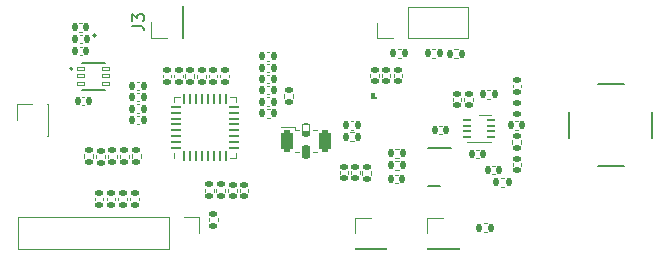
<source format=gbr>
%TF.GenerationSoftware,KiCad,Pcbnew,(7.0.0)*%
%TF.CreationDate,2023-03-06T00:02:43-06:00*%
%TF.ProjectId,RF Signal Source,52462053-6967-46e6-916c-20536f757263,rev?*%
%TF.SameCoordinates,Original*%
%TF.FileFunction,Legend,Top*%
%TF.FilePolarity,Positive*%
%FSLAX46Y46*%
G04 Gerber Fmt 4.6, Leading zero omitted, Abs format (unit mm)*
G04 Created by KiCad (PCBNEW (7.0.0)) date 2023-03-06 00:02:43*
%MOMM*%
%LPD*%
G01*
G04 APERTURE LIST*
G04 Aperture macros list*
%AMRoundRect*
0 Rectangle with rounded corners*
0 $1 Rounding radius*
0 $2 $3 $4 $5 $6 $7 $8 $9 X,Y pos of 4 corners*
0 Add a 4 corners polygon primitive as box body*
4,1,4,$2,$3,$4,$5,$6,$7,$8,$9,$2,$3,0*
0 Add four circle primitives for the rounded corners*
1,1,$1+$1,$2,$3*
1,1,$1+$1,$4,$5*
1,1,$1+$1,$6,$7*
1,1,$1+$1,$8,$9*
0 Add four rect primitives between the rounded corners*
20,1,$1+$1,$2,$3,$4,$5,0*
20,1,$1+$1,$4,$5,$6,$7,0*
20,1,$1+$1,$6,$7,$8,$9,0*
20,1,$1+$1,$8,$9,$2,$3,0*%
G04 Aperture macros list end*
%ADD10C,0.150000*%
%ADD11C,0.120000*%
%ADD12C,0.200000*%
%ADD13C,0.127000*%
%ADD14C,0.010000*%
%ADD15C,0.203200*%
%ADD16C,2.250000*%
%ADD17R,3.300000X3.300000*%
%ADD18RoundRect,0.062500X0.375000X-0.062500X0.375000X0.062500X-0.375000X0.062500X-0.375000X-0.062500X0*%
%ADD19RoundRect,0.062500X0.062500X-0.375000X0.062500X0.375000X-0.062500X0.375000X-0.062500X-0.375000X0*%
%ADD20R,1.700000X1.700000*%
%ADD21O,1.700000X1.700000*%
%ADD22R,0.380000X0.400000*%
%ADD23RoundRect,0.152500X-0.152500X-0.470000X0.152500X-0.470000X0.152500X0.470000X-0.152500X0.470000X0*%
%ADD24C,0.610000*%
%ADD25RoundRect,0.249600X-0.270400X-0.650400X0.270400X-0.650400X0.270400X0.650400X-0.270400X0.650400X0*%
%ADD26RoundRect,0.135000X-0.185000X0.135000X-0.185000X-0.135000X0.185000X-0.135000X0.185000X0.135000X0*%
%ADD27RoundRect,0.012800X-0.332200X-0.147200X0.332200X-0.147200X0.332200X0.147200X-0.332200X0.147200X0*%
%ADD28R,1.000000X1.600000*%
%ADD29RoundRect,0.140000X-0.140000X-0.170000X0.140000X-0.170000X0.140000X0.170000X-0.140000X0.170000X0*%
%ADD30RoundRect,0.140000X0.140000X0.170000X-0.140000X0.170000X-0.140000X-0.170000X0.140000X-0.170000X0*%
%ADD31RoundRect,0.140000X-0.170000X0.140000X-0.170000X-0.140000X0.170000X-0.140000X0.170000X0.140000X0*%
%ADD32RoundRect,0.062500X-0.287500X-0.062500X0.287500X-0.062500X0.287500X0.062500X-0.287500X0.062500X0*%
%ADD33R,0.900000X1.500000*%
%ADD34RoundRect,0.135000X0.185000X-0.135000X0.185000X0.135000X-0.185000X0.135000X-0.185000X-0.135000X0*%
%ADD35RoundRect,0.135000X0.135000X0.185000X-0.135000X0.185000X-0.135000X-0.185000X0.135000X-0.185000X0*%
%ADD36RoundRect,0.140000X0.170000X-0.140000X0.170000X0.140000X-0.170000X0.140000X-0.170000X-0.140000X0*%
%ADD37RoundRect,0.135000X-0.135000X-0.185000X0.135000X-0.185000X0.135000X0.185000X-0.135000X0.185000X0*%
%ADD38R,0.650000X0.750000*%
%ADD39C,2.100000*%
%ADD40R,0.400000X0.380000*%
%ADD41RoundRect,0.147500X-0.172500X0.147500X-0.172500X-0.147500X0.172500X-0.147500X0.172500X0.147500X0*%
%ADD42R,0.610000X2.200000*%
%ADD43R,0.700000X0.250000*%
G04 APERTURE END LIST*
D10*
%TO.C,*%
%TO.C,J3*%
X157606166Y-79582458D02*
X158320452Y-79582458D01*
X158320452Y-79582458D02*
X158463309Y-79630077D01*
X158463309Y-79630077D02*
X158558547Y-79725315D01*
X158558547Y-79725315D02*
X158606166Y-79868172D01*
X158606166Y-79868172D02*
X158606166Y-79963410D01*
X157606166Y-79201505D02*
X157606166Y-78582458D01*
X157606166Y-78582458D02*
X157987119Y-78915791D01*
X157987119Y-78915791D02*
X157987119Y-78772934D01*
X157987119Y-78772934D02*
X158034738Y-78677696D01*
X158034738Y-78677696D02*
X158082357Y-78630077D01*
X158082357Y-78630077D02*
X158177595Y-78582458D01*
X158177595Y-78582458D02*
X158415690Y-78582458D01*
X158415690Y-78582458D02*
X158510928Y-78630077D01*
X158510928Y-78630077D02*
X158558547Y-78677696D01*
X158558547Y-78677696D02*
X158606166Y-78772934D01*
X158606166Y-78772934D02*
X158606166Y-79058648D01*
X158606166Y-79058648D02*
X158558547Y-79153886D01*
X158558547Y-79153886D02*
X158510928Y-79201505D01*
D11*
%TO.C,U2*%
X166380367Y-85567500D02*
X165905367Y-85567500D01*
X161160367Y-85567500D02*
X161635367Y-85567500D01*
X166380367Y-86042500D02*
X166380367Y-85567500D01*
X161160367Y-86042500D02*
X161160367Y-85567500D01*
X166380367Y-90312500D02*
X166380367Y-90787500D01*
X161160367Y-90312500D02*
X161160367Y-90787500D01*
X166380367Y-90787500D02*
X165905367Y-90787500D01*
%TO.C,J3*%
X159238786Y-80579125D02*
X159238786Y-79249125D01*
X161838786Y-80579125D02*
X161838786Y-77919125D01*
X161898786Y-80579125D02*
X161898786Y-77919125D01*
X161838786Y-77919125D02*
X161898786Y-77919125D01*
X161838786Y-80579125D02*
X161898786Y-80579125D01*
X160568786Y-80579125D02*
X159238786Y-80579125D01*
%TO.C,J8*%
X176478719Y-95820921D02*
X177808719Y-95820921D01*
X176478719Y-98420921D02*
X179138719Y-98420921D01*
X176478719Y-98480921D02*
X179138719Y-98480921D01*
X179138719Y-98420921D02*
X179138719Y-98480921D01*
X176478719Y-98420921D02*
X176478719Y-98480921D01*
X176478719Y-97150921D02*
X176478719Y-95820921D01*
%TO.C,J7*%
X182590628Y-95830141D02*
X183920628Y-95830141D01*
X182590628Y-98430141D02*
X185250628Y-98430141D01*
X182590628Y-98490141D02*
X185250628Y-98490141D01*
X185250628Y-98430141D02*
X185250628Y-98490141D01*
X182590628Y-98430141D02*
X182590628Y-98490141D01*
X182590628Y-97160141D02*
X182590628Y-95830141D01*
%TO.C,J4*%
X150364437Y-88886972D02*
X150484437Y-88886972D01*
X150484437Y-88886972D02*
X150484437Y-86226972D01*
X150364437Y-86226972D02*
X150484437Y-86226972D01*
X147824437Y-86226972D02*
X149154437Y-86226972D01*
X147824437Y-87556972D02*
X147824437Y-86226972D01*
%TO.C,J6*%
X186061368Y-80637068D02*
X186061368Y-77977068D01*
X180921368Y-80637068D02*
X186061368Y-80637068D01*
X179651368Y-80637068D02*
X178321368Y-80637068D01*
X180921368Y-77977068D02*
X186061368Y-77977068D01*
X178321368Y-80637068D02*
X178321368Y-79307068D01*
X180921368Y-80637068D02*
X180921368Y-77977068D01*
%TO.C,J5*%
X160696770Y-98458698D02*
X147936770Y-98458698D01*
X147936770Y-95798698D02*
X147936770Y-98458698D01*
X160696770Y-95798698D02*
X160696770Y-98458698D01*
X163296770Y-95798698D02*
X163296770Y-97128698D01*
X161966770Y-95798698D02*
X163296770Y-95798698D01*
X160696770Y-95798698D02*
X147936770Y-95798698D01*
%TO.C,FL1*%
X172885169Y-90234699D02*
X173225169Y-90234699D01*
X172885169Y-88414699D02*
X173225169Y-88414699D01*
X171405169Y-90234699D02*
X171745169Y-90234699D01*
X171405169Y-88414699D02*
X171745169Y-88414699D01*
X171405169Y-88414699D02*
X171405169Y-88164699D01*
X171405169Y-88164699D02*
X170175169Y-88164699D01*
%TO.C,R8*%
X165504941Y-93364995D02*
X165504941Y-93672277D01*
X164744941Y-93364995D02*
X164744941Y-93672277D01*
D12*
%TO.C,U5*%
X152530209Y-83220311D02*
G75*
G03*
X152530209Y-83220311I-100000J0D01*
G01*
D13*
X153330209Y-82740311D02*
X155330209Y-82740311D01*
X153330209Y-85000311D02*
X155330209Y-85000311D01*
D11*
%TO.C,C41*%
X153150551Y-82086012D02*
X153366223Y-82086012D01*
X153150551Y-81366012D02*
X153366223Y-81366012D01*
%TO.C,C20*%
X153570041Y-85597044D02*
X153354369Y-85597044D01*
X153570041Y-86317044D02*
X153354369Y-86317044D01*
%TO.C,C8*%
X160926751Y-83728720D02*
X160926751Y-83944392D01*
X160206751Y-83728720D02*
X160206751Y-83944392D01*
%TO.C,U4*%
X185992619Y-89382074D02*
X187992619Y-89382074D01*
X186992619Y-87162074D02*
X187992619Y-87162074D01*
%TO.C,R23*%
X177097321Y-92193671D02*
X177097321Y-91886389D01*
X177857321Y-92193671D02*
X177857321Y-91886389D01*
%TO.C,R12*%
X176376250Y-89367254D02*
X176068968Y-89367254D01*
X176376250Y-88607254D02*
X176068968Y-88607254D01*
%TO.C,R1*%
X190560441Y-89266592D02*
X190560441Y-89573874D01*
X189800441Y-89266592D02*
X189800441Y-89573874D01*
%TO.C,R7*%
X180187409Y-90984479D02*
X179880127Y-90984479D01*
X180187409Y-91744479D02*
X179880127Y-91744479D01*
%TO.C,R10*%
X158325994Y-90778415D02*
X158325994Y-90471133D01*
X157565994Y-90778415D02*
X157565994Y-90471133D01*
%TO.C,C4*%
X175193835Y-92128862D02*
X175193835Y-91913190D01*
X175913835Y-92128862D02*
X175913835Y-91913190D01*
%TO.C,R19*%
X185167341Y-81551830D02*
X184860059Y-81551830D01*
X185167341Y-82311830D02*
X184860059Y-82311830D01*
%TO.C,C10*%
X165754916Y-93630145D02*
X165754916Y-93414473D01*
X166474916Y-93630145D02*
X166474916Y-93414473D01*
%TO.C,C15*%
X157981679Y-84308103D02*
X158197351Y-84308103D01*
X157981679Y-85028103D02*
X158197351Y-85028103D01*
%TO.C,C22*%
X168999481Y-83729390D02*
X169215153Y-83729390D01*
X168999481Y-84449390D02*
X169215153Y-84449390D01*
%TO.C,C40*%
X169226966Y-86349499D02*
X169011294Y-86349499D01*
X169226966Y-85629499D02*
X169011294Y-85629499D01*
%TO.C,C34*%
X190533238Y-91197159D02*
X190533238Y-91412831D01*
X189813238Y-91197159D02*
X189813238Y-91412831D01*
%TO.C,C27*%
X157455815Y-94128557D02*
X157455815Y-94344229D01*
X158175815Y-94128557D02*
X158175815Y-94344229D01*
%TO.C,C21*%
X168999481Y-84664893D02*
X169215153Y-84664893D01*
X168999481Y-85384893D02*
X169215153Y-85384893D01*
%TO.C,C2*%
X188313185Y-92162440D02*
X188097513Y-92162440D01*
X188313185Y-91442440D02*
X188097513Y-91442440D01*
%TO.C,R22*%
X187362389Y-97059428D02*
X187669671Y-97059428D01*
X187362389Y-96299428D02*
X187669671Y-96299428D01*
D12*
%TO.C,Y1*%
X154512333Y-80399496D02*
G75*
G03*
X154512333Y-80399496I-100000J0D01*
G01*
D11*
%TO.C,R3*%
X162099190Y-83697688D02*
X162099190Y-84004970D01*
X162859190Y-83697688D02*
X162859190Y-84004970D01*
%TO.C,C32*%
X179458184Y-83887061D02*
X179458184Y-83671389D01*
X178738184Y-83887061D02*
X178738184Y-83671389D01*
%TO.C,C6*%
X153351599Y-80078489D02*
X153135927Y-80078489D01*
X153351599Y-79358489D02*
X153135927Y-79358489D01*
D13*
%TO.C,J1*%
X197020000Y-91473684D02*
X199220000Y-91473684D01*
X194620000Y-89073684D02*
X194620000Y-86873684D01*
X201620000Y-89073684D02*
X201620000Y-86873684D01*
X197020000Y-84473684D02*
X199220000Y-84473684D01*
D11*
%TO.C,R15*%
X168980848Y-86603298D02*
X169288130Y-86603298D01*
X168980848Y-87363298D02*
X169288130Y-87363298D01*
%TO.C,C37*%
X190257623Y-88364704D02*
X190041951Y-88364704D01*
X190257623Y-87644704D02*
X190041951Y-87644704D01*
%TO.C,C35*%
X184736396Y-85945796D02*
X184736396Y-85730124D01*
X185456396Y-85945796D02*
X185456396Y-85730124D01*
%TO.C,C39*%
X153162486Y-80336979D02*
X153378158Y-80336979D01*
X153162486Y-81056979D02*
X153378158Y-81056979D01*
%TO.C,R14*%
X170463317Y-85653464D02*
X170463317Y-85346182D01*
X171223317Y-85653464D02*
X171223317Y-85346182D01*
%TO.C,C29*%
X180478321Y-83897767D02*
X180478321Y-83682095D01*
X179758321Y-83897767D02*
X179758321Y-83682095D01*
%TO.C,C9*%
X161898960Y-83722324D02*
X161898960Y-83937996D01*
X161178960Y-83722324D02*
X161178960Y-83937996D01*
%TO.C,R11*%
X156548744Y-90788292D02*
X156548744Y-90481010D01*
X157308744Y-90788292D02*
X157308744Y-90481010D01*
%TO.C,R2*%
X187626456Y-84974095D02*
X187933738Y-84974095D01*
X187626456Y-85734095D02*
X187933738Y-85734095D01*
%TO.C,C5*%
X176153667Y-92128605D02*
X176153667Y-91912933D01*
X176873667Y-92128605D02*
X176873667Y-91912933D01*
%TO.C,R4*%
X164074753Y-95836606D02*
X164074753Y-96143888D01*
X164834753Y-95836606D02*
X164834753Y-96143888D01*
%TO.C,C11*%
X167428896Y-93419294D02*
X167428896Y-93634966D01*
X166708896Y-93419294D02*
X166708896Y-93634966D01*
%TO.C,R16*%
X153566127Y-90778415D02*
X153566127Y-90471133D01*
X154326127Y-90778415D02*
X154326127Y-90471133D01*
%TO.C,C24*%
X156437835Y-94136119D02*
X156437835Y-94351791D01*
X157157835Y-94136119D02*
X157157835Y-94351791D01*
%TO.C,R20*%
X182970139Y-82282201D02*
X183277421Y-82282201D01*
X182970139Y-81522201D02*
X183277421Y-81522201D01*
%TO.C,R17*%
X154563624Y-90493635D02*
X154563624Y-90800917D01*
X155323624Y-90493635D02*
X155323624Y-90800917D01*
%TO.C,R13*%
X189114474Y-93214509D02*
X188807192Y-93214509D01*
X189114474Y-92454509D02*
X188807192Y-92454509D01*
%TO.C,C18*%
X158204329Y-85981124D02*
X157988657Y-85981124D01*
X158204329Y-85261124D02*
X157988657Y-85261124D01*
%TO.C,R21*%
X180389940Y-81514138D02*
X180082658Y-81514138D01*
X180389940Y-82274138D02*
X180082658Y-82274138D01*
%TO.C,C36*%
X189816531Y-84770595D02*
X189816531Y-84554923D01*
X190536531Y-84770595D02*
X190536531Y-84554923D01*
%TO.C,C28*%
X154444079Y-94122298D02*
X154444079Y-94337970D01*
X155164079Y-94122298D02*
X155164079Y-94337970D01*
%TO.C,C26*%
X168990769Y-81816939D02*
X169206441Y-81816939D01*
X168990769Y-82536939D02*
X169206441Y-82536939D01*
%TO.C,C16*%
X158201884Y-86953329D02*
X157986212Y-86953329D01*
X158201884Y-86233329D02*
X157986212Y-86233329D01*
%TO.C,R5*%
X164503069Y-93359674D02*
X164503069Y-93666956D01*
X163743069Y-93359674D02*
X163743069Y-93666956D01*
%TO.C,R6*%
X180157083Y-90731800D02*
X179849801Y-90731800D01*
X180157083Y-89971800D02*
X179849801Y-89971800D01*
%TO.C,C1*%
X186717315Y-90086643D02*
X186932987Y-90086643D01*
X186717315Y-90806643D02*
X186932987Y-90806643D01*
%TO.C,C30*%
X176101387Y-87646085D02*
X176317059Y-87646085D01*
X176101387Y-88366085D02*
X176317059Y-88366085D01*
D10*
%TO.C,U1*%
X183636790Y-93143719D02*
X182636790Y-93143719D01*
X184636790Y-89893719D02*
X182636790Y-89893719D01*
D11*
%TO.C,R18*%
X156303182Y-90784999D02*
X156303182Y-90477717D01*
X155543182Y-90784999D02*
X155543182Y-90477717D01*
%TO.C,R9*%
X163861281Y-84011465D02*
X163861281Y-83704183D01*
X163101281Y-84011465D02*
X163101281Y-83704183D01*
%TO.C,C31*%
X186452721Y-85728129D02*
X186452721Y-85943801D01*
X185732721Y-85728129D02*
X185732721Y-85943801D01*
%TO.C,C23*%
X155448453Y-94126851D02*
X155448453Y-94342523D01*
X156168453Y-94126851D02*
X156168453Y-94342523D01*
%TO.C,C12*%
X164107784Y-83941579D02*
X164107784Y-83725907D01*
X164827784Y-83941579D02*
X164827784Y-83725907D01*
%TO.C,C17*%
X158212762Y-87201466D02*
X157997090Y-87201466D01*
X158212762Y-87921466D02*
X157997090Y-87921466D01*
%TO.C,C33*%
X177784168Y-83672650D02*
X177784168Y-83888322D01*
X178504168Y-83672650D02*
X178504168Y-83888322D01*
%TO.C,IC1*%
G36*
X178258025Y-85707564D02*
G01*
X177833015Y-85707564D01*
X177833015Y-85257574D01*
X178258025Y-85257574D01*
X178258025Y-85707564D01*
G37*
D14*
X178258025Y-85707564D02*
X177833015Y-85707564D01*
X177833015Y-85257574D01*
X178258025Y-85257574D01*
X178258025Y-85707564D01*
D11*
%TO.C,C3*%
X179881631Y-92189045D02*
X180097303Y-92189045D01*
X179881631Y-92909045D02*
X180097303Y-92909045D01*
%TO.C,C7*%
X165796723Y-83720069D02*
X165796723Y-83935741D01*
X165076723Y-83720069D02*
X165076723Y-83935741D01*
%TO.C,C25*%
X168996783Y-82783008D02*
X169212455Y-82783008D01*
X168996783Y-83503008D02*
X169212455Y-83503008D01*
%TO.C,C38*%
X183613694Y-88059001D02*
X183829366Y-88059001D01*
X183613694Y-88779001D02*
X183829366Y-88779001D01*
%TD*%
%LPC*%
%TO.C,IC1*%
G36*
X178258025Y-86130424D02*
G01*
X177503575Y-86130424D01*
X177503575Y-85832574D01*
X178258025Y-85832574D01*
X178258025Y-86130424D01*
G37*
D14*
X178258025Y-86130424D02*
X177503575Y-86130424D01*
X177503575Y-85832574D01*
X178258025Y-85832574D01*
X178258025Y-86130424D01*
G36*
X178258025Y-87132411D02*
G01*
X177504305Y-87132411D01*
X177504305Y-86832574D01*
X178258025Y-86832574D01*
X178258025Y-87132411D01*
G37*
X178258025Y-87132411D02*
X177504305Y-87132411D01*
X177504305Y-86832574D01*
X178258025Y-86832574D01*
X178258025Y-87132411D01*
G36*
X178258025Y-86631620D02*
G01*
X177504405Y-86631620D01*
X177504405Y-86332574D01*
X178258025Y-86332574D01*
X178258025Y-86631620D01*
G37*
X178258025Y-86631620D02*
X177504405Y-86631620D01*
X177504405Y-86332574D01*
X178258025Y-86332574D01*
X178258025Y-86631620D01*
G36*
X178258025Y-88634544D02*
G01*
X177504825Y-88634544D01*
X177504825Y-88332574D01*
X178258025Y-88332574D01*
X178258025Y-88634544D01*
G37*
X178258025Y-88634544D02*
X177504825Y-88634544D01*
X177504825Y-88332574D01*
X178258025Y-88332574D01*
X178258025Y-88634544D01*
G36*
X178258025Y-87633017D02*
G01*
X177505505Y-87633017D01*
X177505505Y-87332574D01*
X178258025Y-87332574D01*
X178258025Y-87633017D01*
G37*
X178258025Y-87633017D02*
X177505505Y-87633017D01*
X177505505Y-87332574D01*
X178258025Y-87332574D01*
X178258025Y-87633017D01*
G36*
X178258025Y-88133148D02*
G01*
X177506575Y-88133148D01*
X177506575Y-87832574D01*
X178258025Y-87832574D01*
X178258025Y-88133148D01*
G37*
X178258025Y-88133148D02*
X177506575Y-88133148D01*
X177506575Y-87832574D01*
X178258025Y-87832574D01*
X178258025Y-88133148D01*
G36*
X178908025Y-85479954D02*
G01*
X178155595Y-85479954D01*
X178155595Y-85182574D01*
X178908025Y-85182574D01*
X178908025Y-85479954D01*
G37*
X178908025Y-85479954D02*
X178155595Y-85479954D01*
X178155595Y-85182574D01*
X178908025Y-85182574D01*
X178908025Y-85479954D01*
G36*
X178908025Y-89285174D02*
G01*
X178155965Y-89285174D01*
X178155965Y-88982574D01*
X178908025Y-88982574D01*
X178908025Y-89285174D01*
G37*
X178908025Y-89285174D02*
X178155965Y-89285174D01*
X178155965Y-88982574D01*
X178908025Y-88982574D01*
X178908025Y-89285174D01*
G36*
X179408025Y-89285324D02*
G01*
X178656515Y-89285324D01*
X178656515Y-88982574D01*
X179408025Y-88982574D01*
X179408025Y-89285324D01*
G37*
X179408025Y-89285324D02*
X178656515Y-89285324D01*
X178656515Y-88982574D01*
X179408025Y-88982574D01*
X179408025Y-89285324D01*
G36*
X179408025Y-85480264D02*
G01*
X178656545Y-85480264D01*
X178656545Y-85182574D01*
X179408025Y-85182574D01*
X179408025Y-85480264D01*
G37*
X179408025Y-85480264D02*
X178656545Y-85480264D01*
X178656545Y-85182574D01*
X179408025Y-85182574D01*
X179408025Y-85480264D01*
G36*
X179908025Y-89284234D02*
G01*
X179157520Y-89284234D01*
X179157520Y-88982574D01*
X179908025Y-88982574D01*
X179908025Y-89284234D01*
G37*
X179908025Y-89284234D02*
X179157520Y-89284234D01*
X179157520Y-88982574D01*
X179908025Y-88982574D01*
X179908025Y-89284234D01*
G36*
X179908025Y-85481494D02*
G01*
X179157641Y-85481494D01*
X179157641Y-85182574D01*
X179908025Y-85182574D01*
X179908025Y-85481494D01*
G37*
X179908025Y-85481494D02*
X179157641Y-85481494D01*
X179157641Y-85182574D01*
X179908025Y-85182574D01*
X179908025Y-85481494D01*
G36*
X180408025Y-89283434D02*
G01*
X179657973Y-89283434D01*
X179657973Y-88982574D01*
X180408025Y-88982574D01*
X180408025Y-89283434D01*
G37*
X180408025Y-89283434D02*
X179657973Y-89283434D01*
X179657973Y-88982574D01*
X180408025Y-88982574D01*
X180408025Y-89283434D01*
G36*
X180408025Y-85482204D02*
G01*
X179657999Y-85482204D01*
X179657999Y-85182574D01*
X180408025Y-85182574D01*
X180408025Y-85482204D01*
G37*
X180408025Y-85482204D02*
X179657999Y-85482204D01*
X179657999Y-85182574D01*
X180408025Y-85182574D01*
X180408025Y-85482204D01*
G36*
X180908025Y-85482384D02*
G01*
X180158066Y-85482384D01*
X180158066Y-85182574D01*
X180908025Y-85182574D01*
X180908025Y-85482384D01*
G37*
X180908025Y-85482384D02*
X180158066Y-85482384D01*
X180158066Y-85182574D01*
X180908025Y-85182574D01*
X180908025Y-85482384D01*
G36*
X180908025Y-89284484D02*
G01*
X180158374Y-89284484D01*
X180158374Y-88982574D01*
X180908025Y-88982574D01*
X180908025Y-89284484D01*
G37*
X180908025Y-89284484D02*
X180158374Y-89284484D01*
X180158374Y-88982574D01*
X180908025Y-88982574D01*
X180908025Y-89284484D01*
G36*
X181408025Y-85482274D02*
G01*
X180658174Y-85482274D01*
X180658174Y-85182574D01*
X181408025Y-85182574D01*
X181408025Y-85482274D01*
G37*
X181408025Y-85482274D02*
X180658174Y-85482274D01*
X180658174Y-85182574D01*
X181408025Y-85182574D01*
X181408025Y-85482274D01*
G36*
X181408025Y-89285804D02*
G01*
X180659405Y-89285804D01*
X180659405Y-88982574D01*
X181408025Y-88982574D01*
X181408025Y-89285804D01*
G37*
X181408025Y-89285804D02*
X180659405Y-89285804D01*
X180659405Y-88982574D01*
X181408025Y-88982574D01*
X181408025Y-89285804D01*
G36*
X182058025Y-87632749D02*
G01*
X181308695Y-87632749D01*
X181308695Y-87332574D01*
X182058025Y-87332574D01*
X182058025Y-87632749D01*
G37*
X182058025Y-87632749D02*
X181308695Y-87632749D01*
X181308695Y-87332574D01*
X182058025Y-87332574D01*
X182058025Y-87632749D01*
G36*
X182058025Y-86131734D02*
G01*
X181309185Y-86131734D01*
X181309185Y-85832574D01*
X182058025Y-85832574D01*
X182058025Y-86131734D01*
G37*
X182058025Y-86131734D02*
X181309185Y-86131734D01*
X181309185Y-85832574D01*
X182058025Y-85832574D01*
X182058025Y-86131734D01*
G36*
X182058025Y-88633984D02*
G01*
X181309565Y-88633984D01*
X181309565Y-88332574D01*
X182058025Y-88332574D01*
X182058025Y-88633984D01*
G37*
X182058025Y-88633984D02*
X181309565Y-88633984D01*
X181309565Y-88332574D01*
X182058025Y-88332574D01*
X182058025Y-88633984D01*
G36*
X182058025Y-86631837D02*
G01*
X181309895Y-86631837D01*
X181309895Y-86332574D01*
X182058025Y-86332574D01*
X182058025Y-86631837D01*
G37*
X182058025Y-86631837D02*
X181309895Y-86631837D01*
X181309895Y-86332574D01*
X182058025Y-86332574D01*
X182058025Y-86631837D01*
G36*
X182058025Y-87132444D02*
G01*
X181310005Y-87132444D01*
X181310005Y-86832574D01*
X182058025Y-86832574D01*
X182058025Y-87132444D01*
G37*
X182058025Y-87132444D02*
X181310005Y-87132444D01*
X181310005Y-86832574D01*
X182058025Y-86832574D01*
X182058025Y-87132444D01*
G36*
X182058025Y-88134359D02*
G01*
X181311045Y-88134359D01*
X181311045Y-87832574D01*
X182058025Y-87832574D01*
X182058025Y-88134359D01*
G37*
X182058025Y-88134359D02*
X181311045Y-88134359D01*
X181311045Y-87832574D01*
X182058025Y-87832574D01*
X182058025Y-88134359D01*
G36*
X180758025Y-86069574D02*
G01*
X180758025Y-86081574D01*
X180759025Y-86092574D01*
X180760025Y-86103574D01*
X180762025Y-86114574D01*
X180765025Y-86125574D01*
X180768025Y-86135574D01*
X180772025Y-86146574D01*
X180776025Y-86156574D01*
X180781025Y-86166574D01*
X180786025Y-86176574D01*
X180792025Y-86185574D01*
X180798025Y-86195574D01*
X180805025Y-86203574D01*
X180812025Y-86212574D01*
X180820025Y-86220574D01*
X180828025Y-86228574D01*
X180837025Y-86235574D01*
X180845025Y-86242574D01*
X180855025Y-86248574D01*
X180864025Y-86254574D01*
X180874025Y-86259574D01*
X180884025Y-86264574D01*
X180894025Y-86268574D01*
X180905025Y-86272574D01*
X180915025Y-86275574D01*
X180926025Y-86278574D01*
X180937025Y-86280574D01*
X180948025Y-86281574D01*
X180958025Y-86282574D01*
X180958025Y-88407574D01*
X178608025Y-88407574D01*
X178608025Y-86057574D01*
X180758025Y-86057574D01*
X180758025Y-86069574D01*
G37*
D15*
X180758025Y-86069574D02*
X180758025Y-86081574D01*
X180759025Y-86092574D01*
X180760025Y-86103574D01*
X180762025Y-86114574D01*
X180765025Y-86125574D01*
X180768025Y-86135574D01*
X180772025Y-86146574D01*
X180776025Y-86156574D01*
X180781025Y-86166574D01*
X180786025Y-86176574D01*
X180792025Y-86185574D01*
X180798025Y-86195574D01*
X180805025Y-86203574D01*
X180812025Y-86212574D01*
X180820025Y-86220574D01*
X180828025Y-86228574D01*
X180837025Y-86235574D01*
X180845025Y-86242574D01*
X180855025Y-86248574D01*
X180864025Y-86254574D01*
X180874025Y-86259574D01*
X180884025Y-86264574D01*
X180894025Y-86268574D01*
X180905025Y-86272574D01*
X180915025Y-86275574D01*
X180926025Y-86278574D01*
X180937025Y-86280574D01*
X180948025Y-86281574D01*
X180958025Y-86282574D01*
X180958025Y-88407574D01*
X178608025Y-88407574D01*
X178608025Y-86057574D01*
X180758025Y-86057574D01*
X180758025Y-86069574D01*
%TD*%
D16*
%TO.C,*%
X149288016Y-83966640D03*
%TD*%
%TO.C,*%
X149252267Y-90901942D03*
%TD*%
%TO.C,*%
X199209993Y-97431249D03*
%TD*%
%TO.C,*%
X199209993Y-79842751D03*
%TD*%
D17*
%TO.C,U2*%
X163770366Y-88177499D03*
D18*
X161332867Y-89927500D03*
X161332867Y-89427500D03*
X161332867Y-88927500D03*
X161332867Y-88427500D03*
X161332867Y-87927500D03*
X161332867Y-87427500D03*
X161332867Y-86927500D03*
X161332867Y-86427500D03*
D19*
X162020367Y-85740000D03*
X162520367Y-85740000D03*
X163020367Y-85740000D03*
X163520367Y-85740000D03*
X164020367Y-85740000D03*
X164520367Y-85740000D03*
X165020367Y-85740000D03*
X165520367Y-85740000D03*
D18*
X166207867Y-86427500D03*
X166207867Y-86927500D03*
X166207867Y-87427500D03*
X166207867Y-87927500D03*
X166207867Y-88427500D03*
X166207867Y-88927500D03*
X166207867Y-89427500D03*
X166207867Y-89927500D03*
D19*
X165520367Y-90615000D03*
X165020367Y-90615000D03*
X164520367Y-90615000D03*
X164020367Y-90615000D03*
X163520367Y-90615000D03*
X163020367Y-90615000D03*
X162520367Y-90615000D03*
X162020367Y-90615000D03*
%TD*%
D20*
%TO.C,J3*%
X160568785Y-79249124D03*
%TD*%
%TO.C,J8*%
X177808718Y-97150920D03*
%TD*%
%TO.C,J7*%
X183920627Y-97160140D03*
%TD*%
%TO.C,J4*%
X149154436Y-87556971D03*
%TD*%
%TO.C,J6*%
X179651367Y-79307067D03*
D21*
X182191367Y-79307067D03*
X184731367Y-79307067D03*
%TD*%
%TO.C,J5*%
X149266769Y-97128697D03*
X151806769Y-97128697D03*
X154346769Y-97128697D03*
X156886769Y-97128697D03*
X159426769Y-97128697D03*
D20*
X161966769Y-97128697D03*
%TD*%
D22*
%TO.C,FB4*%
X188091043Y-84373067D03*
X187529043Y-84373067D03*
%TD*%
D23*
%TO.C,FL1*%
X172315169Y-88397199D03*
D24*
X172315169Y-88219699D03*
D25*
X173940169Y-89324699D03*
D24*
X172315169Y-90429699D03*
D23*
X172315169Y-90252199D03*
D25*
X170690169Y-89324699D03*
%TD*%
D26*
%TO.C,R8*%
X165124941Y-93008636D03*
X165124941Y-94028636D03*
%TD*%
D27*
%TO.C,U5*%
X153310209Y-83220311D03*
X153310209Y-83870311D03*
X153310209Y-84520311D03*
X155350209Y-84520311D03*
X155350209Y-83870311D03*
X155350209Y-83220311D03*
D28*
X154330208Y-83870310D03*
%TD*%
D22*
%TO.C,FB5*%
X155465338Y-85928261D03*
X154903338Y-85928261D03*
%TD*%
D29*
%TO.C,C41*%
X152778387Y-81726012D03*
X153738387Y-81726012D03*
%TD*%
D30*
%TO.C,C20*%
X153942205Y-85957044D03*
X152982205Y-85957044D03*
%TD*%
D31*
%TO.C,C8*%
X160566751Y-83356556D03*
X160566751Y-84316556D03*
%TD*%
D32*
%TO.C,U4*%
X185992619Y-87522074D03*
X185992619Y-88022074D03*
X185992619Y-88522074D03*
X185992619Y-89022074D03*
X187992619Y-89022074D03*
X187992619Y-88522074D03*
X187992619Y-88022074D03*
X187992619Y-87522074D03*
D33*
X186992618Y-88272073D03*
%TD*%
D34*
%TO.C,R23*%
X177477321Y-92550030D03*
X177477321Y-91530030D03*
%TD*%
D35*
%TO.C,R12*%
X176732609Y-88987254D03*
X175712609Y-88987254D03*
%TD*%
D26*
%TO.C,R1*%
X190180441Y-88910233D03*
X190180441Y-89930233D03*
%TD*%
D35*
%TO.C,R7*%
X179523768Y-91364479D03*
X180543768Y-91364479D03*
%TD*%
D34*
%TO.C,R10*%
X157945994Y-90114774D03*
X157945994Y-91134774D03*
%TD*%
D36*
%TO.C,C4*%
X175553835Y-92501026D03*
X175553835Y-91541026D03*
%TD*%
D35*
%TO.C,R19*%
X184503700Y-81931830D03*
X185523700Y-81931830D03*
%TD*%
D36*
%TO.C,C10*%
X166114916Y-94002309D03*
X166114916Y-93042309D03*
%TD*%
D29*
%TO.C,C15*%
X157609515Y-84668103D03*
X158569515Y-84668103D03*
%TD*%
%TO.C,C22*%
X168627317Y-84089390D03*
X169587317Y-84089390D03*
%TD*%
D30*
%TO.C,C40*%
X169599130Y-85989499D03*
X168639130Y-85989499D03*
%TD*%
D31*
%TO.C,C34*%
X190173238Y-90824995D03*
X190173238Y-91784995D03*
%TD*%
%TO.C,C27*%
X157815815Y-94716393D03*
X157815815Y-93756393D03*
%TD*%
D29*
%TO.C,C21*%
X168627317Y-85024893D03*
X169587317Y-85024893D03*
%TD*%
D30*
%TO.C,C2*%
X188685349Y-91802440D03*
X187725349Y-91802440D03*
%TD*%
D37*
%TO.C,R22*%
X188026030Y-96679428D03*
X187006030Y-96679428D03*
%TD*%
D38*
%TO.C,Y1*%
X155412332Y-80399495D03*
X155412332Y-81699495D03*
X156412332Y-81699495D03*
X156412332Y-80399495D03*
%TD*%
D26*
%TO.C,R3*%
X162479190Y-84361329D03*
X162479190Y-83341329D03*
%TD*%
D22*
%TO.C,FB2*%
X169385280Y-81199814D03*
X168823280Y-81199814D03*
%TD*%
D36*
%TO.C,C32*%
X179098184Y-83299225D03*
X179098184Y-84259225D03*
%TD*%
D30*
%TO.C,C6*%
X153723763Y-79718489D03*
X152763763Y-79718489D03*
%TD*%
D39*
%TO.C,J1*%
X198120000Y-87973684D03*
D16*
X195570000Y-90523684D03*
X200670000Y-90523684D03*
X200670000Y-85423684D03*
X195570000Y-85423684D03*
%TD*%
D37*
%TO.C,R15*%
X168624489Y-86983298D03*
X169644489Y-86983298D03*
%TD*%
D30*
%TO.C,C37*%
X190629787Y-88004704D03*
X189669787Y-88004704D03*
%TD*%
D36*
%TO.C,C35*%
X185096396Y-86317960D03*
X185096396Y-85357960D03*
%TD*%
D29*
%TO.C,C39*%
X152790322Y-80696979D03*
X153750322Y-80696979D03*
%TD*%
D34*
%TO.C,R14*%
X170843317Y-86009823D03*
X170843317Y-84989823D03*
%TD*%
D36*
%TO.C,C29*%
X180118321Y-83309931D03*
X180118321Y-84269931D03*
%TD*%
D31*
%TO.C,C9*%
X161538960Y-83350160D03*
X161538960Y-84310160D03*
%TD*%
D34*
%TO.C,R11*%
X156928744Y-91144651D03*
X156928744Y-90124651D03*
%TD*%
D37*
%TO.C,R2*%
X187270097Y-85354095D03*
X188290097Y-85354095D03*
%TD*%
D40*
%TO.C,FB3*%
X153869075Y-93725505D03*
X153869075Y-94287505D03*
%TD*%
D36*
%TO.C,C5*%
X176513667Y-92500769D03*
X176513667Y-91540769D03*
%TD*%
D26*
%TO.C,R4*%
X164454753Y-96500247D03*
X164454753Y-95480247D03*
%TD*%
D31*
%TO.C,C11*%
X167068896Y-93047130D03*
X167068896Y-94007130D03*
%TD*%
D34*
%TO.C,R16*%
X153946127Y-91134774D03*
X153946127Y-90114774D03*
%TD*%
D31*
%TO.C,C24*%
X156797835Y-94723955D03*
X156797835Y-93763955D03*
%TD*%
D37*
%TO.C,R20*%
X183633780Y-81902201D03*
X182613780Y-81902201D03*
%TD*%
D26*
%TO.C,R17*%
X154943624Y-91157276D03*
X154943624Y-90137276D03*
%TD*%
D35*
%TO.C,R13*%
X189470833Y-92834509D03*
X188450833Y-92834509D03*
%TD*%
D30*
%TO.C,C18*%
X158576493Y-85621124D03*
X157616493Y-85621124D03*
%TD*%
D35*
%TO.C,R21*%
X179726299Y-81894138D03*
X180746299Y-81894138D03*
%TD*%
D36*
%TO.C,C36*%
X190176531Y-85142759D03*
X190176531Y-84182759D03*
%TD*%
D31*
%TO.C,C28*%
X154804079Y-94710134D03*
X154804079Y-93750134D03*
%TD*%
D29*
%TO.C,C26*%
X168618605Y-82176939D03*
X169578605Y-82176939D03*
%TD*%
D30*
%TO.C,C16*%
X158574048Y-86593329D03*
X157614048Y-86593329D03*
%TD*%
D26*
%TO.C,R5*%
X164123069Y-93003315D03*
X164123069Y-94023315D03*
%TD*%
D35*
%TO.C,R6*%
X180513442Y-90351800D03*
X179493442Y-90351800D03*
%TD*%
D29*
%TO.C,C1*%
X186345151Y-90446643D03*
X187305151Y-90446643D03*
%TD*%
D41*
%TO.C,L1*%
X190189440Y-86080442D03*
X190189440Y-87050442D03*
%TD*%
D29*
%TO.C,C30*%
X175729223Y-88006085D03*
X176689223Y-88006085D03*
%TD*%
D42*
%TO.C,U1*%
X183636789Y-91518718D03*
D43*
X182711789Y-92268718D03*
X182711789Y-91768718D03*
X182711789Y-91268718D03*
X182711789Y-90768718D03*
X184561789Y-90768718D03*
X184561789Y-91268718D03*
X184561789Y-91768718D03*
X184561789Y-92268718D03*
%TD*%
D34*
%TO.C,R18*%
X155923182Y-90121358D03*
X155923182Y-91141358D03*
%TD*%
%TO.C,R9*%
X163481281Y-83347824D03*
X163481281Y-84367824D03*
%TD*%
D31*
%TO.C,C31*%
X186092721Y-85355965D03*
X186092721Y-86315965D03*
%TD*%
%TO.C,C23*%
X155808453Y-94714687D03*
X155808453Y-93754687D03*
%TD*%
D36*
%TO.C,C12*%
X164467784Y-84313743D03*
X164467784Y-83353743D03*
%TD*%
D30*
%TO.C,C17*%
X157624926Y-87561466D03*
X158584926Y-87561466D03*
%TD*%
D31*
%TO.C,C33*%
X178144168Y-84260486D03*
X178144168Y-83300486D03*
%TD*%
D29*
%TO.C,C3*%
X179509467Y-92549045D03*
X180469467Y-92549045D03*
%TD*%
D31*
%TO.C,C7*%
X165436723Y-83347905D03*
X165436723Y-84307905D03*
%TD*%
D29*
%TO.C,C25*%
X168624619Y-83143008D03*
X169584619Y-83143008D03*
%TD*%
%TO.C,C38*%
X183241530Y-88419001D03*
X184201530Y-88419001D03*
%TD*%
M02*

</source>
